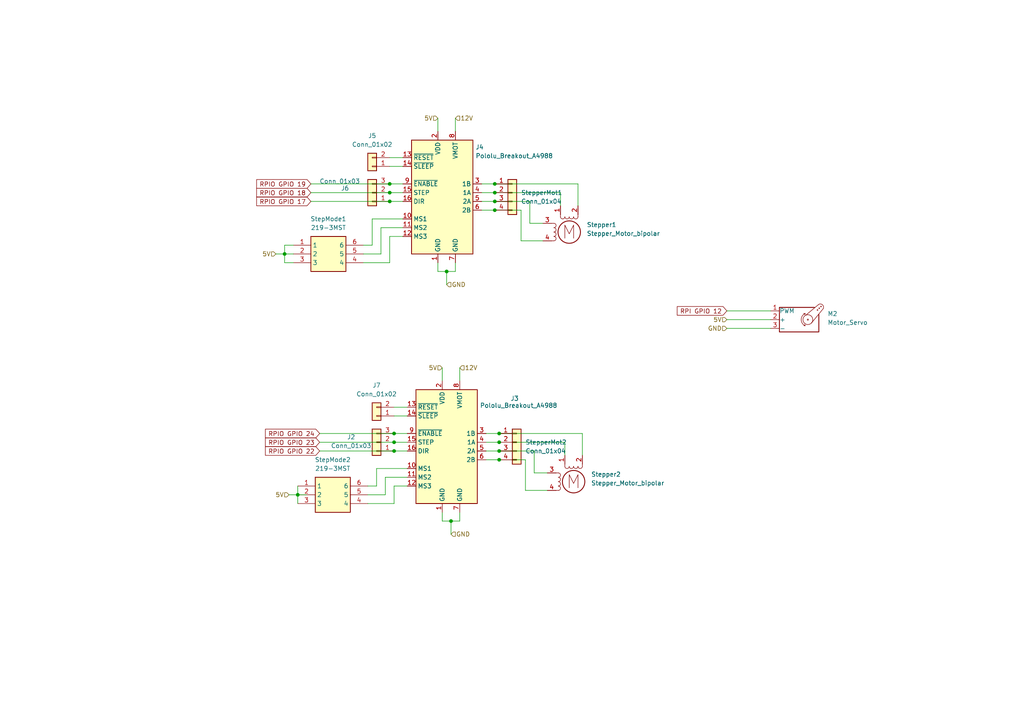
<source format=kicad_sch>
(kicad_sch (version 20231120) (generator "eeschema") (generator_version "8.0")
  (paper "A4")
  (lib_symbols
    (symbol "Connector_Generic:Conn_01x02" (pin_names (offset 1.016) hide)
      (property "Reference" "J" (at 0 2.54 0))
      (property "Value" "Conn_01x02" (at 0 -5.08 0))
      (symbol "Conn_01x02_1_1"
        (rectangle (start -1.27 -2.413) (end 0 -2.667) (stroke (width 0.1524)))
        (rectangle (start -1.27 0.127) (end 0 -0.127) (stroke (width 0.1524)))
        (rectangle (start -1.27 1.27) (end 1.27 -3.81) (stroke (width 0.254)) (fill (type background)))
        (pin passive line (at -5.08 0 0) (length 3.81) (name "Pin_1") (number "1"))
        (pin passive line (at -5.08 -2.54 0) (length 3.81) (name "Pin_2") (number "2"))
      )
    )
    (symbol "Connector_Generic:Conn_01x03" (pin_names (offset 1.016) hide)
      (property "Reference" "J" (at 0 5.08 0))
      (property "Value" "Conn_01x03" (at 0 -5.08 0))
      (symbol "Conn_01x03_1_1"
        (rectangle (start -1.27 -2.413) (end 0 -2.667) (stroke (width 0.1524)))
        (rectangle (start -1.27 0.127) (end 0 -0.127) (stroke (width 0.1524)))
        (rectangle (start -1.27 2.667) (end 0 2.413) (stroke (width 0.1524)))
        (rectangle (start -1.27 3.81) (end 1.27 -3.81) (stroke (width 0.254)) (fill (type background)))
        (pin passive line (at -5.08 2.54 0) (length 3.81) (name "Pin_1") (number "1"))
        (pin passive line (at -5.08 0 0) (length 3.81) (name "Pin_2") (number "2"))
        (pin passive line (at -5.08 -2.54 0) (length 3.81) (name "Pin_3") (number "3"))
      )
    )
    (symbol "Connector_Generic:Conn_01x04" (pin_names (offset 1.016) hide)
      (property "Reference" "J" (at 0 5.08 0))
      (property "Value" "Conn_01x04" (at 0 -7.62 0))
      (symbol "Conn_01x04_1_1"
        (rectangle (start -1.27 -4.953) (end 0 -5.207) (stroke (width 0.1524)))
        (rectangle (start -1.27 -2.413) (end 0 -2.667) (stroke (width 0.1524)))
        (rectangle (start -1.27 0.127) (end 0 -0.127) (stroke (width 0.1524)))
        (rectangle (start -1.27 2.667) (end 0 2.413) (stroke (width 0.1524)))
        (rectangle (start -1.27 3.81) (end 1.27 -6.35) (stroke (width 0.254)) (fill (type background)))
        (pin passive line (at -5.08 2.54 0) (length 3.81) (name "Pin_1") (number "1"))
        (pin passive line (at -5.08 0 0) (length 3.81) (name "Pin_2") (number "2"))
        (pin passive line (at -5.08 -2.54 0) (length 3.81) (name "Pin_3") (number "3"))
        (pin passive line (at -5.08 -5.08 0) (length 3.81) (name "Pin_4") (number "4"))
      )
    )
    (symbol "DipSwitch-3Pin-219-3MST:219-3MST"
      (property "Reference" "S" (at 16.51 7.62 0))
      (property "Value" "219-3MST" (at 16.51 5.08 0))
      (symbol "219-3MST_1_1"
        (rectangle (start 5.08 2.54) (end 15.24 -7.62) (stroke (width 0.254)) (fill (type background)))
        (pin passive line (at 0 0 0) (length 5.08) (name "1") (number "1"))
        (pin passive line (at 0 -2.54 0) (length 5.08) (name "2") (number "2"))
        (pin passive line (at 0 -5.08 0) (length 5.08) (name "3") (number "3"))
        (pin passive line (at 20.32 -5.08 180) (length 5.08) (name "4") (number "4"))
        (pin passive line (at 20.32 -2.54 180) (length 5.08) (name "5") (number "5"))
        (pin passive line (at 20.32 0 180) (length 5.08) (name "6") (number "6"))
      )
    )
    (symbol "Driver_Motor:Pololu_Breakout_A4988"
      (property "Reference" "A" (at -2.54 19.05 0))
      (property "Value" "Pololu_Breakout_A4988" (at -2.54 16.51 0))
      (symbol "Pololu_Breakout_A4988_0_1"
        (rectangle (start 10.16 -17.78) (end -7.62 15.24) (stroke (width 0.254)) (fill (type background)))
      )
      (symbol "Pololu_Breakout_A4988_1_1"
        (pin power_in line (at 0 -20.32 90) (length 2.54) (name "GND") (number "1"))
        (pin input line (at -10.16 -7.62 0) (length 2.54) (name "MS1") (number "10"))
        (pin input line (at -10.16 -10.16 0) (length 2.54) (name "MS2") (number "11"))
        (pin input line (at -10.16 -12.7 0) (length 2.54) (name "MS3") (number "12"))
        (pin input line (at -10.16 10.16 0) (length 2.54) (name "~{RESET}") (number "13"))
        (pin input line (at -10.16 7.62 0) (length 2.54) (name "~{SLEEP}") (number "14"))
        (pin input line (at -10.16 0 0) (length 2.54) (name "STEP") (number "15"))
        (pin input line (at -10.16 -2.54 0) (length 2.54) (name "DIR") (number "16"))
        (pin power_in line (at 0 17.78 270) (length 2.54) (name "VDD") (number "2"))
        (pin output line (at 12.7 2.54 180) (length 2.54) (name "1B") (number "3"))
        (pin output line (at 12.7 0 180) (length 2.54) (name "1A") (number "4"))
        (pin output line (at 12.7 -2.54 180) (length 2.54) (name "2A") (number "5"))
        (pin output line (at 12.7 -5.08 180) (length 2.54) (name "2B") (number "6"))
        (pin power_in line (at 5.08 -20.32 90) (length 2.54) (name "GND") (number "7"))
        (pin power_in line (at 5.08 17.78 270) (length 2.54) (name "VMOT") (number "8"))
        (pin input line (at -10.16 2.54 0) (length 2.54) (name "~{ENABLE}") (number "9"))
      )
    )
    (symbol "Motor:Motor_Servo" (pin_names (offset 0.0254))
      (property "Reference" "M" (at -5.08 4.445 0))
      (property "Value" "Motor_Servo" (at -5.08 -4.064 0))
      (symbol "Motor_Servo_0_1"
        (polyline (pts (xy 2.413 -1.778) (xy 2.032 -1.778)))
        (polyline (pts (xy 2.413 -1.778) (xy 2.286 -1.397)))
        (polyline (pts (xy 2.413 1.778) (xy 1.905 1.778)))
        (polyline (pts (xy 2.413 1.778) (xy 2.286 1.397)))
        (polyline (pts (xy 6.35 4.445) (xy 2.54 1.27)))
        (polyline (pts (xy 7.62 3.175) (xy 4.191 -1.016)))
        (polyline (pts (xy 5.08 3.556) (xy -5.08 3.556) (xy -5.08 -3.556) (xy 6.35 -3.556) (xy 6.35 1.524)) (stroke (width 0.254)))
        (arc (start 2.413 1.778) (mid 1.2406 0) (end 2.413 -1.778))
        (circle (center 3.175 0) (radius 0.1778))
        (circle (center 3.175 0) (radius 1.4224))
        (circle (center 5.969 2.794) (radius 0.127))
        (circle (center 6.477 3.302) (radius 0.127))
        (circle (center 6.985 3.81) (radius 0.127))
        (arc (start 7.62 3.175) (mid 7.4485 4.2735) (end 6.35 4.445))
      )
      (symbol "Motor_Servo_1_1"
        (pin passive line (at -7.62 2.54 0) (length 2.54) (name "PWM") (number "1"))
        (pin passive line (at -7.62 0 0) (length 2.54) (name "+") (number "2"))
        (pin passive line (at -7.62 -2.54 0) (length 2.54) (name "-") (number "3"))
      )
    )
    (symbol "Motor:Stepper_Motor_bipolar" (pin_names (offset 0) hide)
      (property "Reference" "M" (at 3.81 2.54 0))
      (property "Value" "Stepper_Motor_bipolar" (at 3.81 1.27 0))
      (symbol "Stepper_Motor_bipolar_0_0"
        (polyline (pts (xy -1.27 -1.778) (xy -1.27 2.032) (xy 0 -0.508) (xy 1.27 2.032) (xy 1.27 -1.778)))
      )
      (symbol "Stepper_Motor_bipolar_0_1"
        (arc (start -4.445 -2.54) (mid -3.8127 -1.905) (end -4.445 -1.27))
        (arc (start -4.445 -1.27) (mid -3.8127 -0.635) (end -4.445 0))
        (arc (start -4.445 0) (mid -3.8127 0.635) (end -4.445 1.27))
        (arc (start -4.445 1.27) (mid -3.8127 1.905) (end -4.445 2.54))
        (arc (start -2.54 4.445) (mid -1.905 3.8127) (end -1.27 4.445))
        (arc (start -1.27 4.445) (mid -0.635 3.8127) (end 0 4.445))
        (polyline (pts (xy -5.08 -2.54) (xy -4.445 -2.54)))
        (polyline (pts (xy -5.08 2.54) (xy -4.445 2.54)))
        (polyline (pts (xy -2.54 5.08) (xy -2.54 4.445)))
        (polyline (pts (xy 2.54 5.08) (xy 2.54 4.445)))
        (circle (center 0 0) (radius 3.2512) (stroke (width 0.254)))
        (arc (start 0 4.445) (mid 0.635 3.8127) (end 1.27 4.445))
        (arc (start 1.27 4.445) (mid 1.905 3.8127) (end 2.54 4.445))
      )
      (symbol "Stepper_Motor_bipolar_1_1"
        (pin passive line (at -2.54 7.62 270) (length 2.54) (name "~") (number "1"))
        (pin passive line (at 2.54 7.62 270) (length 2.54) (name "-") (number "2"))
        (pin passive line (at -7.62 2.54 0) (length 2.54) (name "~") (number "3"))
        (pin passive line (at -7.62 -2.54 0) (length 2.54) (name "~") (number "4"))
      )
    )
  )
  (junction (at 113.03 53.34))
  (junction (at 114.3 125.73))
  (junction (at 143.51 58.42))
  (junction (at 143.51 55.88))
  (junction (at 144.78 130.81))
  (junction (at 144.78 128.27))
  (junction (at 143.51 60.96))
  (junction (at 114.3 130.81))
  (junction (at 130.81 151.13))
  (junction (at 143.51 53.34))
  (junction (at 86.36 143.51))
  (junction (at 113.03 58.42))
  (junction (at 144.78 125.73))
  (junction (at 144.78 133.35))
  (junction (at 113.03 55.88))
  (junction (at 129.54 78.74))
  (junction (at 82.55 73.66))
  (junction (at 114.3 128.27))
  (wire (pts (xy 143.51 55.88) (xy 139.7 55.88)))
  (wire (pts (xy 127 34.29) (xy 127 38.1)))
  (wire (pts (xy 92.71 125.73) (xy 114.3 125.73)))
  (wire (pts (xy 114.3 128.27) (xy 118.11 128.27)))
  (wire (pts (xy 130.81 151.13) (xy 133.35 151.13)))
  (wire (pts (xy 109.22 135.89) (xy 109.22 140.97)))
  (wire (pts (xy 107.95 63.5) (xy 116.84 63.5)))
  (wire (pts (xy 152.4 142.24) (xy 158.75 142.24)))
  (wire (pts (xy 210.82 90.17) (xy 223.52 90.17)))
  (wire (pts (xy 113.03 45.72) (xy 116.84 45.72)))
  (wire (pts (xy 113.03 68.58) (xy 113.03 76.2)))
  (wire (pts (xy 152.4 133.35) (xy 152.4 142.24)))
  (wire (pts (xy 127 78.74) (xy 129.54 78.74)))
  (wire (pts (xy 113.03 48.26) (xy 116.84 48.26)))
  (wire (pts (xy 143.51 53.34) (xy 139.7 53.34)))
  (wire (pts (xy 128.27 151.13) (xy 128.27 148.59)))
  (wire (pts (xy 132.08 34.29) (xy 132.08 38.1)))
  (wire (pts (xy 167.64 53.34) (xy 167.64 59.69)))
  (wire (pts (xy 105.41 71.12) (xy 107.95 71.12)))
  (wire (pts (xy 151.13 69.85) (xy 157.48 69.85)))
  (wire (pts (xy 86.36 140.97) (xy 86.36 143.51)))
  (wire (pts (xy 114.3 118.11) (xy 118.11 118.11)))
  (wire (pts (xy 133.35 106.68) (xy 133.35 110.49)))
  (wire (pts (xy 144.78 130.81) (xy 140.97 130.81)))
  (wire (pts (xy 144.78 125.73) (xy 168.91 125.73)))
  (wire (pts (xy 127 78.74) (xy 127 76.2)))
  (wire (pts (xy 133.35 151.13) (xy 133.35 148.59)))
  (wire (pts (xy 92.71 128.27) (xy 114.3 128.27)))
  (wire (pts (xy 107.95 71.12) (xy 107.95 63.5)))
  (wire (pts (xy 151.13 60.96) (xy 151.13 69.85)))
  (wire (pts (xy 144.78 130.81) (xy 154.94 130.81)))
  (wire (pts (xy 82.55 76.2) (xy 85.09 76.2)))
  (wire (pts (xy 90.17 58.42) (xy 113.03 58.42)))
  (wire (pts (xy 162.56 55.88) (xy 162.56 59.69)))
  (wire (pts (xy 114.3 130.81) (xy 118.11 130.81)))
  (wire (pts (xy 114.3 146.05) (xy 106.68 146.05)))
  (wire (pts (xy 129.54 78.74) (xy 129.54 82.55)))
  (wire (pts (xy 110.49 73.66) (xy 105.41 73.66)))
  (wire (pts (xy 130.81 151.13) (xy 130.81 154.94)))
  (wire (pts (xy 132.08 78.74) (xy 132.08 76.2)))
  (wire (pts (xy 113.03 58.42) (xy 116.84 58.42)))
  (wire (pts (xy 114.3 125.73) (xy 118.11 125.73)))
  (wire (pts (xy 143.51 55.88) (xy 162.56 55.88)))
  (wire (pts (xy 163.83 128.27) (xy 163.83 132.08)))
  (wire (pts (xy 82.55 73.66) (xy 82.55 76.2)))
  (wire (pts (xy 90.17 53.34) (xy 113.03 53.34)))
  (wire (pts (xy 86.36 143.51) (xy 86.36 146.05)))
  (wire (pts (xy 153.67 58.42) (xy 153.67 64.77)))
  (wire (pts (xy 113.03 68.58) (xy 116.84 68.58)))
  (wire (pts (xy 113.03 53.34) (xy 116.84 53.34)))
  (wire (pts (xy 114.3 120.65) (xy 118.11 120.65)))
  (wire (pts (xy 210.82 92.71) (xy 223.52 92.71)))
  (wire (pts (xy 154.94 130.81) (xy 154.94 137.16)))
  (wire (pts (xy 106.68 140.97) (xy 109.22 140.97)))
  (wire (pts (xy 111.76 138.43) (xy 118.11 138.43)))
  (wire (pts (xy 144.78 128.27) (xy 140.97 128.27)))
  (wire (pts (xy 114.3 140.97) (xy 114.3 146.05)))
  (wire (pts (xy 92.71 130.81) (xy 114.3 130.81)))
  (wire (pts (xy 153.67 64.77) (xy 157.48 64.77)))
  (wire (pts (xy 113.03 55.88) (xy 116.84 55.88)))
  (wire (pts (xy 143.51 58.42) (xy 139.7 58.42)))
  (wire (pts (xy 82.55 73.66) (xy 85.09 73.66)))
  (wire (pts (xy 111.76 138.43) (xy 111.76 143.51)))
  (wire (pts (xy 110.49 66.04) (xy 110.49 73.66)))
  (wire (pts (xy 143.51 60.96) (xy 151.13 60.96)))
  (wire (pts (xy 168.91 125.73) (xy 168.91 132.08)))
  (wire (pts (xy 82.55 71.12) (xy 85.09 71.12)))
  (wire (pts (xy 128.27 106.68) (xy 128.27 110.49)))
  (wire (pts (xy 90.17 55.88) (xy 113.03 55.88)))
  (wire (pts (xy 83.82 143.51) (xy 86.36 143.51)))
  (wire (pts (xy 210.82 95.25) (xy 223.52 95.25)))
  (wire (pts (xy 113.03 76.2) (xy 105.41 76.2)))
  (wire (pts (xy 82.55 73.66) (xy 82.55 71.12)))
  (wire (pts (xy 154.94 137.16) (xy 158.75 137.16)))
  (wire (pts (xy 144.78 128.27) (xy 163.83 128.27)))
  (wire (pts (xy 144.78 133.35) (xy 140.97 133.35)))
  (wire (pts (xy 129.54 78.74) (xy 132.08 78.74)))
  (wire (pts (xy 86.36 143.51) (xy 88.9 143.51)))
  (wire (pts (xy 143.51 58.42) (xy 153.67 58.42)))
  (wire (pts (xy 106.68 143.51) (xy 111.76 143.51)))
  (wire (pts (xy 109.22 135.89) (xy 118.11 135.89)))
  (wire (pts (xy 144.78 133.35) (xy 152.4 133.35)))
  (wire (pts (xy 80.01 73.66) (xy 82.55 73.66)))
  (wire (pts (xy 110.49 66.04) (xy 116.84 66.04)))
  (wire (pts (xy 143.51 60.96) (xy 139.7 60.96)))
  (wire (pts (xy 144.78 125.73) (xy 140.97 125.73)))
  (wire (pts (xy 143.51 53.34) (xy 167.64 53.34)))
  (wire (pts (xy 128.27 151.13) (xy 130.81 151.13)))
  (wire (pts (xy 114.3 140.97) (xy 118.11 140.97)))
  (global_label "RPIO GPIO 24" (shape input) (at 92.71 125.73 180) (property "Intersheetrefs" "${INTERSHEET_REFS}" (effects (hide yes))))
  (global_label "RPIO GPIO 19" (shape input) (at 90.17 53.34 180) (property "Intersheetrefs" "${INTERSHEET_REFS}" (effects (hide yes))))
  (global_label "RPIO GPIO 22" (shape input) (at 92.71 130.81 180) (property "Intersheetrefs" "${INTERSHEET_REFS}" (effects (hide yes))))
  (global_label "RPIO GPIO 23" (shape input) (at 92.71 128.27 180) (property "Intersheetrefs" "${INTERSHEET_REFS}" (effects (hide yes))))
  (global_label "RPIO GPIO 18" (shape input) (at 90.17 55.88 180) (property "Intersheetrefs" "${INTERSHEET_REFS}" (effects (hide yes))))
  (global_label "RPIO GPIO 17" (shape input) (at 90.17 58.42 180) (property "Intersheetrefs" "${INTERSHEET_REFS}" (effects (hide yes))))
  (global_label "RPI GPIO 12" (shape input) (at 210.82 90.17 180) (property "Intersheetrefs" "${INTERSHEET_REFS}" (effects (hide yes))))
  (hierarchical_label "5V" (shape input) (at 128.27 106.68 180))
  (hierarchical_label "5V" (shape input) (at 80.01 73.66 180))
  (hierarchical_label "GND" (shape input) (at 129.54 82.55 0))
  (hierarchical_label "5V" (shape input) (at 210.82 92.71 180))
  (hierarchical_label "5V" (shape input) (at 127 34.29 180))
  (hierarchical_label "12V" (shape input) (at 133.35 106.68 0))
  (hierarchical_label "GND" (shape input) (at 130.81 154.94 0))
  (hierarchical_label "GND" (shape input) (at 210.82 95.25 180))
  (hierarchical_label "12V" (shape input) (at 132.08 34.29 0))
  (hierarchical_label "5V" (shape input) (at 83.82 143.51 180))
  (symbol (lib_id "DipSwitch-3Pin-219-3MST:219-3MST") (at 85.09 71.12 0) (unit 1)
    (property "Reference" "StepMode1" (at 95.25 63.5 0))
    (property "Value" "219-3MST" (at 95.25 66.04 0))
    (property "Footprint" "SOP254P991X385-6N" (effects (hide yes)))
    (property "Datasheet" "https://www.ctscorp.com/wp-content/uploads/219.pdf" (effects (hide yes)))
    (property "Description" "DIP Switches / SIP Switches SPST 3 switch sections" (effects (hide yes)))
    (property "Height" "3.85" (effects (hide yes)))
    (property "Mouser Part Number" "774-2193MST" (effects (hide yes)))
    (property "Mouser Price/Stock" "https://www.mouser.co.uk/ProductDetail/CTS-Electronic-Components/219-3MST?qs=qNzHFtQhdJ%252BjqtkfP9tB7g%3D%3D" (effects (hide yes)))
    (property "Manufacturer_Name" "CTS" (effects (hide yes)))
    (property "Manufacturer_Part_Number" "219-3MST" (effects (hide yes)))
  )
  (symbol (lib_id "Connector_Generic:Conn_01x04") (at 148.59 55.88 0) (unit 1)
    (property "Reference" "StepperMot1" (at 151.13 55.8799 0) (effects (justify left)))
    (property "Value" "Conn_01x04" (at 151.13 58.4199 0) (effects (justify left)))
    (property "Footprint" "Connector_PinHeader_2.54mm:PinHeader_1x04_P2.54mm_Vertical" (effects (hide yes)))
    (property "Description" "Generic connector, single row, 01x04, script generated (kicad-library-utils/schlib/autogen/connector/)" (effects (hide yes)))
  )
  (symbol (lib_id "DipSwitch-3Pin-219-3MST:219-3MST") (at 86.36 140.97 0) (unit 1)
    (property "Reference" "StepMode2" (at 96.52 133.35 0))
    (property "Value" "219-3MST" (at 96.52 135.89 0))
    (property "Footprint" "SOP254P991X385-6N" (effects (hide yes)))
    (property "Datasheet" "https://www.ctscorp.com/wp-content/uploads/219.pdf" (effects (hide yes)))
    (property "Description" "DIP Switches / SIP Switches SPST 3 switch sections" (effects (hide yes)))
    (property "Height" "3.85" (effects (hide yes)))
    (property "Mouser Part Number" "774-2193MST" (effects (hide yes)))
    (property "Mouser Price/Stock" "https://www.mouser.co.uk/ProductDetail/CTS-Electronic-Components/219-3MST?qs=qNzHFtQhdJ%252BjqtkfP9tB7g%3D%3D" (effects (hide yes)))
    (property "Manufacturer_Name" "CTS" (effects (hide yes)))
    (property "Manufacturer_Part_Number" "219-3MST" (effects (hide yes)))
  )
  (symbol (lib_id "Motor:Stepper_Motor_bipolar") (at 166.37 139.7 0) (unit 1)
    (property "Reference" "Stepper2" (at 171.45 137.579 0) (effects (justify left)))
    (property "Value" "Stepper_Motor_bipolar" (at 171.45 140.119 0) (effects (justify left)))
    (property "Datasheet" "http://www.infineon.com/dgdl/Application-Note-TLE8110EE_driving_UniPolarStepperMotor_V1.1.pdf?fileId=db3a30431be39b97011be5d0aa0a00b0" (effects (hide yes)))
    (property "Description" "4-wire bipolar stepper motor" (effects (hide yes)))
  )
  (symbol (lib_id "Connector_Generic:Conn_01x04") (at 149.86 128.27 0) (unit 1)
    (property "Reference" "StepperMot2" (at 152.4 128.2699 0) (effects (justify left)))
    (property "Value" "Conn_01x04" (at 152.4 130.8099 0) (effects (justify left)))
    (property "Footprint" "Connector_PinHeader_2.54mm:PinHeader_1x04_P2.54mm_Vertical" (effects (hide yes)))
    (property "Description" "Generic connector, single row, 01x04, script generated (kicad-library-utils/schlib/autogen/connector/)" (effects (hide yes)))
  )
  (symbol (lib_id "Driver_Motor:Pololu_Breakout_A4988") (at 128.27 128.27 0) (unit 1)
    (property "Reference" "J3" (at 148.082 115.57 0) (effects (justify left)))
    (property "Value" "Pololu_Breakout_A4988" (at 139.192 117.602 0) (effects (justify left)))
    (property "Footprint" "Module:Pololu_Breakout-16_15.2x20.3mm" (effects (hide yes)))
    (property "Datasheet" "https://www.pololu.com/product/2980/pictures" (effects (hide yes)))
    (property "Description" "Pololu Breakout Board, Stepper Driver A4988" (effects (hide yes)))
  )
  (symbol (lib_id "Driver_Motor:Pololu_Breakout_A4988") (at 127 55.88 0) (unit 1)
    (property "Reference" "J4" (at 137.922 42.672 0) (effects (justify left)))
    (property "Value" "Pololu_Breakout_A4988" (at 137.922 45.212 0) (effects (justify left)))
    (property "Footprint" "Module:Pololu_Breakout-16_15.2x20.3mm" (effects (hide yes)))
    (property "Datasheet" "https://www.pololu.com/product/2980/pictures" (effects (hide yes)))
    (property "Description" "Pololu Breakout Board, Stepper Driver A4988" (effects (hide yes)))
  )
  (symbol (lib_id "Connector_Generic:Conn_01x02") (at 109.22 120.65 180) (unit 1)
    (property "Reference" "J7" (at 109.22 111.76 0))
    (property "Value" "Conn_01x02" (at 109.22 114.3 0))
    (property "Footprint" "Connector_PinHeader_2.54mm:PinHeader_1x02_P2.54mm_Vertical" (effects (hide yes)))
    (property "Description" "Generic connector, single row, 01x02, script generated (kicad-library-utils/schlib/autogen/connector/)" (effects (hide yes)))
  )
  (symbol (lib_id "Connector_Generic:Conn_01x03") (at 107.95 55.88 180) (unit 1)
    (property "Reference" "J6" (at 100.076 54.61 0))
    (property "Value" "Conn_01x03" (at 98.552 52.578 0))
    (property "Footprint" "Connector_PinHeader_2.54mm:PinHeader_1x03_P2.54mm_Vertical" (effects (hide yes)))
    (property "Description" "Generic connector, single row, 01x03, script generated (kicad-library-utils/schlib/autogen/connector/)" (effects (hide yes)))
  )
  (symbol (lib_id "Motor:Motor_Servo") (at 231.14 92.71 0) (unit 1)
    (property "Reference" "M2" (at 240.03 91.0065 0) (effects (justify left)))
    (property "Value" "Motor_Servo" (at 240.03 93.5465 0) (effects (justify left)))
    (property "Datasheet" "http://forums.parallax.com/uploads/attachments/46831/74481.png" (effects (hide yes)))
    (property "Description" "Servo Motor (Futaba, HiTec, JR connector)" (effects (hide yes)))
  )
  (symbol (lib_id "Connector_Generic:Conn_01x03") (at 109.22 128.27 180) (unit 1)
    (property "Reference" "J2" (at 101.854 126.746 0))
    (property "Value" "Conn_01x03" (at 101.854 129.286 0))
    (property "Footprint" "Connector_PinHeader_2.54mm:PinHeader_1x03_P2.54mm_Vertical" (effects (hide yes)))
    (property "Description" "Generic connector, single row, 01x03, script generated (kicad-library-utils/schlib/autogen/connector/)" (effects (hide yes)))
  )
  (symbol (lib_id "Motor:Stepper_Motor_bipolar") (at 165.1 67.31 0) (unit 1)
    (property "Reference" "Stepper1" (at 170.18 65.189 0) (effects (justify left)))
    (property "Value" "Stepper_Motor_bipolar" (at 170.18 67.729 0) (effects (justify left)))
    (property "Datasheet" "http://www.infineon.com/dgdl/Application-Note-TLE8110EE_driving_UniPolarStepperMotor_V1.1.pdf?fileId=db3a30431be39b97011be5d0aa0a00b0" (effects (hide yes)))
    (property "Description" "4-wire bipolar stepper motor" (effects (hide yes)))
  )
  (symbol (lib_id "Connector_Generic:Conn_01x02") (at 107.95 48.26 180) (unit 1)
    (property "Reference" "J5" (at 107.95 39.37 0))
    (property "Value" "Conn_01x02" (at 107.95 41.91 0))
    (property "Footprint" "Connector_PinHeader_2.54mm:PinHeader_1x02_P2.54mm_Vertical" (effects (hide yes)))
    (property "Description" "Generic connector, single row, 01x02, script generated (kicad-library-utils/schlib/autogen/connector/)" (effects (hide yes)))
  )
)
</source>
